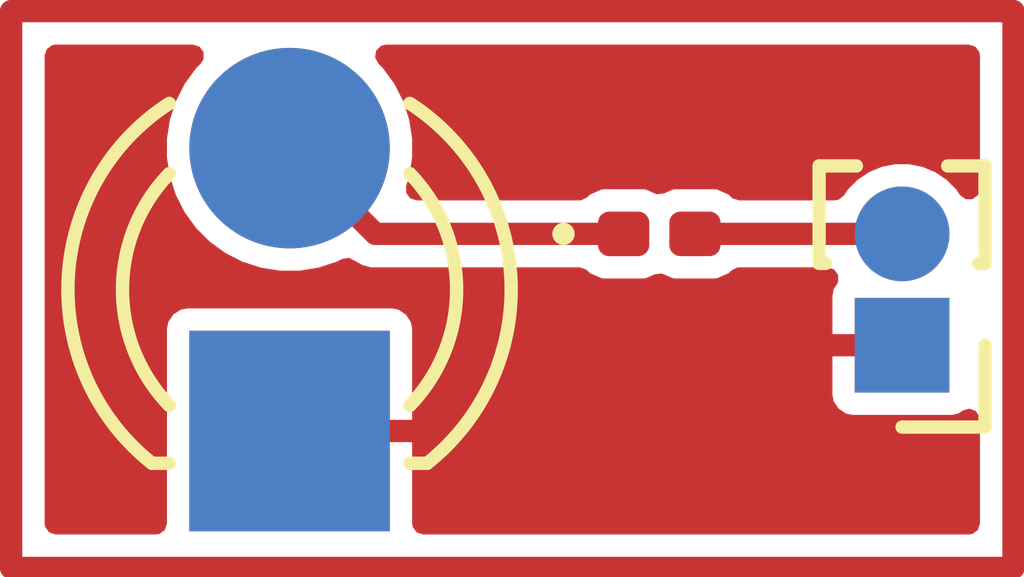
<source format=kicad_pcb>
(kicad_pcb (version 20240928)
	(generator "gerbview")
	(generator_version "9.0")

	(layers 
		(0 F.Cu signal)
		(2 B.Cu signal)
		(1 F.Mask user)
		(3 B.Mask user)
		(5 F.SilkS user)
		(7 B.SilkS user)
		(9 F.Adhes user)
		(11 B.Adhes user)
		(13 F.Paste user)
		(15 B.Paste user)
		(17 Dwgs.User user)
		(19 Cmts.User user)
		(21 Eco1.User user)
		(23 Eco2.User user)
		(25 Edge.Cuts user)
		(27 Margin user)
		(29 B.CrtYd user)
		(31 F.CrtYd user)
		(33 B.Fab user)
		(35 F.Fab user)
	)

	(gr_poly
		(pts
			 (xy 15.4 197.67) (xy 13.6 197.67) (xy 13.6 195.87)
			 (xy 15.4 195.87))
		(stroke (width 0) (type solid))
		(fill yes) (layer B.Mask)
	)
	(gr_circle
		(center 14.5 194.23) (end 15.4 194.23)
		(stroke (width 0) (type solid))
		(fill yes) (layer B.Mask)
	)
	(gr_poly
		(pts
			 (xy 20.425 196.425) (xy 19.575 196.425) (xy 19.575 195.575)
			 (xy 20.425 195.575))
		(stroke (width 0) (type solid))
		(fill yes) (layer B.Mask)
	)
	(gr_circle
		(center 20 195) (end 20.425 195)
		(stroke (width 0) (type solid))
		(fill yes) (layer B.Mask)
	)
	(gr_poly
		(pts
			 (xy 17.6398 195.19952) (xy 17.64951 195.19808) (xy 17.65903 195.19569)
			 (xy 17.66827 195.19239) (xy 17.67714 195.18819) (xy 17.68556 195.18315) (xy 17.69344 195.1773)
			 (xy 17.70071 195.17071) (xy 17.7073 195.16344) (xy 17.71315 195.15556) (xy 17.71819 195.14714)
			 (xy 17.72239 195.13827) (xy 17.72569 195.12903) (xy 17.72808 195.11951) (xy 17.72952 195.1098)
			 (xy 17.73 195.1) (xy 17.73 194.9) (xy 17.72952 194.8902) (xy 17.72808 194.88049)
			 (xy 17.72569 194.87097) (xy 17.72239 194.86173) (xy 17.71819 194.85286) (xy 17.71315 194.84444)
			 (xy 17.7073 194.83656) (xy 17.70071 194.82929) (xy 17.69344 194.8227) (xy 17.68556 194.81685)
			 (xy 17.67714 194.81181) (xy 17.66827 194.80761) (xy 17.65903 194.80431) (xy 17.64951 194.80192)
			 (xy 17.6398 194.80048) (xy 17.63 194.8) (xy 17.37 194.8) (xy 17.3602 194.80048)
			 (xy 17.35049 194.80192) (xy 17.34097 194.80431) (xy 17.33173 194.80761) (xy 17.32286 194.81181)
			 (xy 17.31444 194.81685) (xy 17.30656 194.8227) (xy 17.29929 194.82929) (xy 17.2927 194.83656)
			 (xy 17.28685 194.84444) (xy 17.28181 194.85286) (xy 17.27761 194.86173) (xy 17.27431 194.87097)
			 (xy 17.27192 194.88049) (xy 17.27048 194.8902) (xy 17.27 194.9) (xy 17.27 195.1)
			 (xy 17.27048 195.1098) (xy 17.27192 195.11951) (xy 17.27431 195.12903) (xy 17.27761 195.13827)
			 (xy 17.28181 195.14714) (xy 17.28685 195.15556) (xy 17.2927 195.16344) (xy 17.29929 195.17071)
			 (xy 17.30656 195.1773) (xy 17.31444 195.18315) (xy 17.32286 195.18819) (xy 17.33173 195.19239)
			 (xy 17.34097 195.19569) (xy 17.35049 195.19808) (xy 17.3602 195.19952) (xy 17.37 195.2)
			 (xy 17.63 195.2))
		(stroke (width 0) (type solid))
		(fill yes) (layer F.Mask)
	)
	(gr_poly
		(pts
			 (xy 18.2798 195.19952) (xy 18.28951 195.19808) (xy 18.29903 195.19569)
			 (xy 18.30827 195.19239) (xy 18.31714 195.18819) (xy 18.32556 195.18315) (xy 18.33344 195.1773)
			 (xy 18.34071 195.17071) (xy 18.3473 195.16344) (xy 18.35315 195.15556) (xy 18.35819 195.14714)
			 (xy 18.36239 195.13827) (xy 18.36569 195.12903) (xy 18.36808 195.11951) (xy 18.36952 195.1098)
			 (xy 18.37 195.1) (xy 18.37 194.9) (xy 18.36952 194.8902) (xy 18.36808 194.88049)
			 (xy 18.36569 194.87097) (xy 18.36239 194.86173) (xy 18.35819 194.85286) (xy 18.35315 194.84444)
			 (xy 18.3473 194.83656) (xy 18.34071 194.82929) (xy 18.33344 194.8227) (xy 18.32556 194.81685)
			 (xy 18.31714 194.81181) (xy 18.30827 194.80761) (xy 18.29903 194.80431) (xy 18.28951 194.80192)
			 (xy 18.2798 194.80048) (xy 18.27 194.8) (xy 18.01 194.8) (xy 18.0002 194.80048)
			 (xy 17.99049 194.80192) (xy 17.98097 194.80431) (xy 17.97173 194.80761) (xy 17.96286 194.81181)
			 (xy 17.95444 194.81685) (xy 17.94656 194.8227) (xy 17.93929 194.82929) (xy 17.9327 194.83656)
			 (xy 17.92685 194.84444) (xy 17.92181 194.85286) (xy 17.91761 194.86173) (xy 17.91431 194.87097)
			 (xy 17.91192 194.88049) (xy 17.91048 194.8902) (xy 17.91 194.9) (xy 17.91 195.1)
			 (xy 17.91048 195.1098) (xy 17.91192 195.11951) (xy 17.91431 195.12903) (xy 17.91761 195.13827)
			 (xy 17.92181 195.14714) (xy 17.92685 195.15556) (xy 17.9327 195.16344) (xy 17.93929 195.17071)
			 (xy 17.94656 195.1773) (xy 17.95444 195.18315) (xy 17.96286 195.18819) (xy 17.97173 195.19239)
			 (xy 17.98097 195.19569) (xy 17.99049 195.19808) (xy 18.0002 195.19952) (xy 18.01 195.2)
			 (xy 18.27 195.2))
		(stroke (width 0) (type solid))
		(fill yes) (layer F.Mask)
	)
	(gr_poly
		(pts
			 (xy 15.4 197.67) (xy 13.6 197.67) (xy 13.6 195.87)
			 (xy 15.4 195.87))
		(stroke (width 0) (type solid))
		(fill yes) (layer F.Mask)
	)
	(gr_circle
		(center 14.5 194.23) (end 15.4 194.23)
		(stroke (width 0) (type solid))
		(fill yes) (layer F.Mask)
	)
	(gr_poly
		(pts
			 (xy 20.425 196.425) (xy 19.575 196.425) (xy 19.575 195.575)
			 (xy 20.425 195.575))
		(stroke (width 0) (type solid))
		(fill yes) (layer F.Mask)
	)
	(gr_circle
		(center 20 195) (end 20.425 195)
		(stroke (width 0) (type solid))
		(fill yes) (layer F.Mask)
	)
	(gr_line
		(start 19 196) (end 18.5 196.5) (layer F.Mask)
		(stroke (width 0.2) (type solid))
	)
	(gr_line
		(start 14.5 196.77) (end 16.23 196.77) (layer F.Mask)
		(stroke (width 0.2) (type solid))
	)
	(gr_poly
		(pts
			 (xy 17.56229 195.17962) (xy 17.57001 195.17847) (xy 17.57758 195.17658)
			 (xy 17.58492 195.17395) (xy 17.59198 195.17061) (xy 17.59867 195.1666) (xy 17.60493 195.16195)
			 (xy 17.61071 195.15671) (xy 17.61595 195.15093) (xy 17.6206 195.14467) (xy 17.62461 195.13798)
			 (xy 17.62795 195.13092) (xy 17.63058 195.12358) (xy 17.63247 195.11601) (xy 17.63362 195.10829)
			 (xy 17.634 195.1005) (xy 17.634 194.8995) (xy 17.63362 194.89171) (xy 17.63247 194.88399)
			 (xy 17.63058 194.87642) (xy 17.62795 194.86908) (xy 17.62461 194.86202) (xy 17.6206 194.85533)
			 (xy 17.61595 194.84907) (xy 17.61071 194.84329) (xy 17.60493 194.83805) (xy 17.59867 194.8334)
			 (xy 17.59198 194.82939) (xy 17.58492 194.82605) (xy 17.57758 194.82342) (xy 17.57001 194.82153)
			 (xy 17.56229 194.82038) (xy 17.5545 194.82) (xy 17.3955 194.82) (xy 17.38771 194.82038)
			 (xy 17.37999 194.82153) (xy 17.37242 194.82342) (xy 17.36508 194.82605) (xy 17.35802 194.82939)
			 (xy 17.35133 194.8334) (xy 17.34507 194.83805) (xy 17.33929 194.84329) (xy 17.33405 194.84907)
			 (xy 17.3294 194.85533) (xy 17.32539 194.86202) (xy 17.32205 194.86908) (xy 17.31942 194.87642)
			 (xy 17.31753 194.88399) (xy 17.31638 194.89171) (xy 17.316 194.8995) (xy 17.316 195.1005)
			 (xy 17.31638 195.10829) (xy 17.31753 195.11601) (xy 17.31942 195.12358) (xy 17.32205 195.13092)
			 (xy 17.32539 195.13798) (xy 17.3294 195.14467) (xy 17.33405 195.15093) (xy 17.33929 195.15671)
			 (xy 17.34507 195.16195) (xy 17.35133 195.1666) (xy 17.35802 195.17061) (xy 17.36508 195.17395)
			 (xy 17.37242 195.17658) (xy 17.37999 195.17847) (xy 17.38771 195.17962) (xy 17.3955 195.18)
			 (xy 17.5545 195.18))
		(stroke (width 0) (type solid))
		(fill yes) (layer F.Paste)
	)
	(gr_poly
		(pts
			 (xy 18.25229 195.17962) (xy 18.26001 195.17847) (xy 18.26758 195.17658)
			 (xy 18.27492 195.17395) (xy 18.28198 195.17061) (xy 18.28867 195.1666) (xy 18.29493 195.16195)
			 (xy 18.30071 195.15671) (xy 18.30595 195.15093) (xy 18.3106 195.14467) (xy 18.31461 195.13798)
			 (xy 18.31795 195.13092) (xy 18.32058 195.12358) (xy 18.32247 195.11601) (xy 18.32362 195.10829)
			 (xy 18.324 195.1005) (xy 18.324 194.8995) (xy 18.32362 194.89171) (xy 18.32247 194.88399)
			 (xy 18.32058 194.87642) (xy 18.31795 194.86908) (xy 18.31461 194.86202) (xy 18.3106 194.85533)
			 (xy 18.30595 194.84907) (xy 18.30071 194.84329) (xy 18.29493 194.83805) (xy 18.28867 194.8334)
			 (xy 18.28198 194.82939) (xy 18.27492 194.82605) (xy 18.26758 194.82342) (xy 18.26001 194.82153)
			 (xy 18.25229 194.82038) (xy 18.2445 194.82) (xy 18.0855 194.82) (xy 18.07771 194.82038)
			 (xy 18.06999 194.82153) (xy 18.06242 194.82342) (xy 18.05508 194.82605) (xy 18.04802 194.82939)
			 (xy 18.04133 194.8334) (xy 18.03507 194.83805) (xy 18.02929 194.84329) (xy 18.02405 194.84907)
			 (xy 18.0194 194.85533) (xy 18.01539 194.86202) (xy 18.01205 194.86908) (xy 18.00942 194.87642)
			 (xy 18.00753 194.88399) (xy 18.00638 194.89171) (xy 18.006 194.8995) (xy 18.006 195.1005)
			 (xy 18.00638 195.10829) (xy 18.00753 195.11601) (xy 18.00942 195.12358) (xy 18.01205 195.13092)
			 (xy 18.01539 195.13798) (xy 18.0194 195.14467) (xy 18.02405 195.15093) (xy 18.02929 195.15671)
			 (xy 18.03507 195.16195) (xy 18.04133 195.1666) (xy 18.04802 195.17061) (xy 18.05508 195.17395)
			 (xy 18.06242 195.17658) (xy 18.06999 195.17847) (xy 18.07771 195.17962) (xy 18.0855 195.18)
			 (xy 18.2445 195.18))
		(stroke (width 0) (type solid))
		(fill yes) (layer F.Paste)
	)
	(gr_arc
		(start 16.91 195) (mid 16.96 195.05) (end 17.01 195) (layer F.SilkS)
		(stroke (width 0.1) (type solid))
	)
	(gr_arc
		(start 17.01 195) (mid 16.96 194.95) (end 16.91 195) (layer F.SilkS)
		(stroke (width 0.1) (type solid))
	)
	(gr_line
		(start 13.264 197.06) (end 13.42 197.06) (layer F.SilkS)
		(stroke (width 0.12) (type solid))
	)
	(gr_line
		(start 15.58 197.06) (end 15.736 197.06) (layer F.SilkS)
		(stroke (width 0.12) (type solid))
	)
	(gr_arc
		(start 13.42 193.82856) (mid 12.5123 195.40434) (end 13.26448 197.06) (layer F.SilkS)
		(stroke (width 0.12) (type solid))
	)
	(gr_arc
		(start 13.42 194.45904) (mid 13 195.5) (end 13.42 196.54096) (layer F.SilkS)
		(stroke (width 0.12) (type solid))
	)
	(gr_arc
		(start 15.73552 197.06) (mid 16.4877 195.40434) (end 15.58 193.82856) (layer F.SilkS)
		(stroke (width 0.12) (type solid))
	)
	(gr_arc
		(start 15.58 196.54096) (mid 16 195.5) (end 15.58 194.45904) (layer F.SilkS)
		(stroke (width 0.12) (type solid))
	)
	(gr_line
		(start 19.255 195.265) (end 19.255 194.39) (layer F.SilkS)
		(stroke (width 0.12) (type solid))
	)
	(gr_line
		(start 19.31444 195.265) (end 19.255 195.265) (layer F.SilkS)
		(stroke (width 0.12) (type solid))
	)
	(gr_line
		(start 19.58997 194.39) (end 19.255 194.39) (layer F.SilkS)
		(stroke (width 0.12) (type solid))
	)
	(gr_line
		(start 20.745 194.39) (end 20.41003 194.39) (layer F.SilkS)
		(stroke (width 0.12) (type solid))
	)
	(gr_line
		(start 20.745 195.265) (end 20.68557 195.265) (layer F.SilkS)
		(stroke (width 0.12) (type solid))
	)
	(gr_line
		(start 20.745 195.265) (end 20.745 194.39) (layer F.SilkS)
		(stroke (width 0.12) (type solid))
	)
	(gr_line
		(start 20.745 196) (end 20.745 196.735) (layer F.SilkS)
		(stroke (width 0.12) (type solid))
	)
	(gr_line
		(start 20.745 196.735) (end 20 196.735) (layer F.SilkS)
		(stroke (width 0.12) (type solid))
	)
	(gr_poly
		(pts
			 (xy 15.4 195.87) (xy 13.6 195.87) (xy 13.6 197.67)
			 (xy 15.4 197.67))
		(stroke (width 0) (type solid))
		(fill yes) (layer B.Cu)
	)
	(gr_circle
		(center 14.5 194.23) (end 15.4 194.23)
		(stroke (width 0) (type solid))
		(fill yes) (layer B.Cu)
	)
	(gr_poly
		(pts
			 (xy 20.425 195.575) (xy 19.575 195.575) (xy 19.575 196.425)
			 (xy 20.425 196.425))
		(stroke (width 0) (type solid))
		(fill yes) (layer B.Cu)
	)
	(gr_circle
		(center 20 195) (end 20.425 195)
		(stroke (width 0) (type solid))
		(fill yes) (layer B.Cu)
	)
	(segment (start 12 193) (end 21 193) (width 0.2) (layer F.Cu) (net 0))
	(segment (start 21 198) (end 12 198) (width 0.2) (layer F.Cu) (net 0))
	(segment (start 12 198) (end 12 193) (width 0.2) (layer F.Cu) (net 0))
	(segment (start 21 193) (end 21 198) (width 0.2) (layer F.Cu) (net 0))
	(gr_poly
		(pts
			 (xy 17.6398 195.19952) (xy 17.64951 195.19808) (xy 17.65903 195.19569)
			 (xy 17.66827 195.19239) (xy 17.67714 195.18819) (xy 17.68556 195.18315) (xy 17.69344 195.1773)
			 (xy 17.70071 195.17071) (xy 17.7073 195.16344) (xy 17.71315 195.15556) (xy 17.71819 195.14714)
			 (xy 17.72239 195.13827) (xy 17.72569 195.12903) (xy 17.72808 195.11951) (xy 17.72952 195.1098)
			 (xy 17.73 195.1) (xy 17.73 194.9) (xy 17.72952 194.8902) (xy 17.72808 194.88049)
			 (xy 17.72569 194.87097) (xy 17.72239 194.86173) (xy 17.71819 194.85286) (xy 17.71315 194.84444)
			 (xy 17.7073 194.83656) (xy 17.70071 194.82929) (xy 17.69344 194.8227) (xy 17.68556 194.81685)
			 (xy 17.67714 194.81181) (xy 17.66827 194.80761) (xy 17.65903 194.80431) (xy 17.64951 194.80192)
			 (xy 17.6398 194.80048) (xy 17.63 194.8) (xy 17.37 194.8) (xy 17.3602 194.80048)
			 (xy 17.35049 194.80192) (xy 17.34097 194.80431) (xy 17.33173 194.80761) (xy 17.32286 194.81181)
			 (xy 17.31444 194.81685) (xy 17.30656 194.8227) (xy 17.29929 194.82929) (xy 17.2927 194.83656)
			 (xy 17.28685 194.84444) (xy 17.28181 194.85286) (xy 17.27761 194.86173) (xy 17.27431 194.87097)
			 (xy 17.27192 194.88049) (xy 17.27048 194.8902) (xy 17.27 194.9) (xy 17.27 195.1)
			 (xy 17.27048 195.1098) (xy 17.27192 195.11951) (xy 17.27431 195.12903) (xy 17.27761 195.13827)
			 (xy 17.28181 195.14714) (xy 17.28685 195.15556) (xy 17.2927 195.16344) (xy 17.29929 195.17071)
			 (xy 17.30656 195.1773) (xy 17.31444 195.18315) (xy 17.32286 195.18819) (xy 17.33173 195.19239)
			 (xy 17.34097 195.19569) (xy 17.35049 195.19808) (xy 17.3602 195.19952) (xy 17.37 195.2)
			 (xy 17.63 195.2))
		(stroke (width 0) (type solid))
		(fill yes) (layer F.Cu)
	)
	(gr_poly
		(pts
			 (xy 18.2798 195.19952) (xy 18.28951 195.19808) (xy 18.29903 195.19569)
			 (xy 18.30827 195.19239) (xy 18.31714 195.18819) (xy 18.32556 195.18315) (xy 18.33344 195.1773)
			 (xy 18.34071 195.17071) (xy 18.3473 195.16344) (xy 18.35315 195.15556) (xy 18.35819 195.14714)
			 (xy 18.36239 195.13827) (xy 18.36569 195.12903) (xy 18.36808 195.11951) (xy 18.36952 195.1098)
			 (xy 18.37 195.1) (xy 18.37 194.9) (xy 18.36952 194.8902) (xy 18.36808 194.88049)
			 (xy 18.36569 194.87097) (xy 18.36239 194.86173) (xy 18.35819 194.85286) (xy 18.35315 194.84444)
			 (xy 18.3473 194.83656) (xy 18.34071 194.82929) (xy 18.33344 194.8227) (xy 18.32556 194.81685)
			 (xy 18.31714 194.81181) (xy 18.30827 194.80761) (xy 18.29903 194.80431) (xy 18.28951 194.80192)
			 (xy 18.2798 194.80048) (xy 18.27 194.8) (xy 18.01 194.8) (xy 18.0002 194.80048)
			 (xy 17.99049 194.80192) (xy 17.98097 194.80431) (xy 17.97173 194.80761) (xy 17.96286 194.81181)
			 (xy 17.95444 194.81685) (xy 17.94656 194.8227) (xy 17.93929 194.82929) (xy 17.9327 194.83656)
			 (xy 17.92685 194.84444) (xy 17.92181 194.85286) (xy 17.91761 194.86173) (xy 17.91431 194.87097)
			 (xy 17.91192 194.88049) (xy 17.91048 194.8902) (xy 17.91 194.9) (xy 17.91 195.1)
			 (xy 17.91048 195.1098) (xy 17.91192 195.11951) (xy 17.91431 195.12903) (xy 17.91761 195.13827)
			 (xy 17.92181 195.14714) (xy 17.92685 195.15556) (xy 17.9327 195.16344) (xy 17.93929 195.17071)
			 (xy 17.94656 195.1773) (xy 17.95444 195.18315) (xy 17.96286 195.18819) (xy 17.97173 195.19239)
			 (xy 17.98097 195.19569) (xy 17.99049 195.19808) (xy 18.0002 195.19952) (xy 18.01 195.2)
			 (xy 18.27 195.2))
		(stroke (width 0) (type solid))
		(fill yes) (layer F.Cu)
	)
	(gr_poly
		(pts
			 (xy 15.4 195.87) (xy 13.6 195.87) (xy 13.6 197.67)
			 (xy 15.4 197.67))
		(stroke (width 0) (type solid))
		(fill yes) (layer F.Cu)
	)
	(gr_circle
		(center 14.5 194.23) (end 15.4 194.23)
		(stroke (width 0) (type solid))
		(fill yes) (layer F.Cu)
	)
	(gr_poly
		(pts
			 (xy 20.425 195.575) (xy 19.575 195.575) (xy 19.575 196.425)
			 (xy 20.425 196.425))
		(stroke (width 0) (type solid))
		(fill yes) (layer F.Cu)
	)
	(gr_circle
		(center 20 195) (end 20.425 195)
		(stroke (width 0) (type solid))
		(fill yes) (layer F.Cu)
	)
	(segment (start 19 196) (end 18.5 196.5) (width 0.2) (layer F.Cu) (net 0))
	(segment (start 20 196) (end 19 196) (width 0.2) (layer F.Cu) (net 0))
	(segment (start 16.23 196.77) (end 16.5 196.5) (width 0.2) (layer F.Cu) (net 0))
	(segment (start 14.5 196.77) (end 16.23 196.77) (width 0.2) (layer F.Cu) (net 0))
	(segment (start 17.5 195) (end 15.27 195) (width 0.2) (layer F.Cu) (net 0))
	(segment (start 20 195) (end 18.14 195) (width 0.2) (layer F.Cu) (net 0))
	(segment (start 15.27 195) (end 14.5 194.23) (width 0.2) (layer F.Cu) (net 0))
	(gr_poly
		(pts
			 (xy 20.65869 193.31941) (xy 20.69466 193.36891) (xy 20.6995 193.3995)
			 (xy 20.6995 194.59465) (xy 20.68059 194.65284) (xy 20.63109 194.6888) (xy 20.56991 194.6888)
			 (xy 20.52041 194.65284) (xy 20.51819 194.64965) (xy 20.51438 194.64396) (xy 20.48586 194.60127)
			 (xy 20.39873 194.51414) (xy 20.29629 194.44569) (xy 20.18245 194.39854) (xy 20.06161 194.3745)
			 (xy 19.93839 194.3745) (xy 19.81755 194.39854) (xy 19.70371 194.44569) (xy 19.60127 194.51414)
			 (xy 19.60126 194.51415) (xy 19.51414 194.60127) (xy 19.4779 194.6555) (xy 19.42985 194.69338)
			 (xy 19.39559 194.6995) (xy 18.53548 194.6995) (xy 18.47729 194.68059) (xy 18.46548 194.67051)
			 (xy 18.44277 194.6478) (xy 18.44277 194.64779) (xy 18.33999 194.60242) (xy 18.33999 194.60241)
			 (xy 18.31487 194.5995) (xy 17.96514 194.5995) (xy 17.94001 194.60241) (xy 17.85999 194.63775)
			 (xy 17.79912 194.64396) (xy 17.78002 194.63775) (xy 17.69999 194.60242) (xy 17.69999 194.60241)
			 (xy 17.67487 194.5995) (xy 17.32514 194.5995) (xy 17.30001 194.60241) (xy 17.19723 194.6478)
			 (xy 17.17452 194.67051) (xy 17.12001 194.69828) (xy 17.10452 194.6995) (xy 15.64085 194.6995)
			 (xy 15.58266 194.68059) (xy 15.54669 194.63109) (xy 15.54669 194.56991) (xy 15.5734 194.48771)
			 (xy 15.5734 194.4877) (xy 15.6005 194.31661) (xy 15.6005 194.14339) (xy 15.5734 193.9723)
			 (xy 15.5734 193.97229) (xy 15.51988 193.80756) (xy 15.51987 193.80756) (xy 15.44123 193.65321)
			 (xy 15.33941 193.51307) (xy 15.29584 193.4695) (xy 15.26807 193.41499) (xy 15.27764 193.35456)
			 (xy 15.3209 193.31129) (xy 15.36585 193.3005) (xy 20.6005 193.3005))
		(stroke (width 0) (type solid))
		(fill yes) (layer F.Cu)
	)
	(gr_poly
		(pts
			 (xy 13.69234 193.31941) (xy 13.72831 193.36891) (xy 13.72831 193.43009)
			 (xy 13.70416 193.4695) (xy 13.66059 193.51307) (xy 13.55877 193.65321) (xy 13.48013 193.80756)
			 (xy 13.48012 193.80756) (xy 13.4266 193.97229) (xy 13.4266 193.9723) (xy 13.3995 194.14339)
			 (xy 13.3995 194.31661) (xy 13.4266 194.4877) (xy 13.4266 194.48771) (xy 13.48012 194.65244)
			 (xy 13.48013 194.65244) (xy 13.5041 194.6995) (xy 13.55877 194.80679) (xy 13.66059 194.94693)
			 (xy 13.78307 195.06941) (xy 13.92321 195.17123) (xy 14.07756 195.24987) (xy 14.07756 195.24988)
			 (xy 14.24229 195.3034) (xy 14.2423 195.3034) (xy 14.41339 195.3305) (xy 14.58661 195.3305)
			 (xy 14.7577 195.3034) (xy 14.75771 195.3034) (xy 14.92244 195.24988) (xy 14.92244 195.24987)
			 (xy 14.92245 195.24987) (xy 14.9726 195.22432) (xy 15.03304 195.21475) (xy 15.07905 195.23819)
			 (xy 15.08034 195.23651) (xy 15.08549 195.24046) (xy 15.15401 195.28002) (xy 15.23044 195.3005)
			 (xy 15.30956 195.3005) (xy 17.10452 195.3005) (xy 17.16271 195.31941) (xy 17.17452 195.3295)
			 (xy 17.19723 195.3522) (xy 17.19724 195.35221) (xy 17.30001 195.39759) (xy 17.32514 195.4005)
			 (xy 17.67486 195.4005) (xy 17.69999 195.39759) (xy 17.78001 195.36225) (xy 17.84088 195.35604)
			 (xy 17.85998 195.36225) (xy 17.94001 195.39759) (xy 17.96514 195.4005) (xy 18.31486 195.4005)
			 (xy 18.33999 195.39759) (xy 18.44277 195.35221) (xy 18.45412 195.34085) (xy 18.46548 195.3295)
			 (xy 18.51999 195.30172) (xy 18.53548 195.3005) (xy 19.33206 195.3005) (xy 19.39025 195.31941)
			 (xy 19.42622 195.36891) (xy 19.42622 195.43009) (xy 19.41438 195.4545) (xy 19.38613 195.49677)
			 (xy 19.3745 195.55524) (xy 19.3745 195.55525) (xy 19.3745 196.44475) (xy 19.3745 196.44476)
			 (xy 19.38613 196.50323) (xy 19.43045 196.56955) (xy 19.49677 196.61387) (xy 19.54123 196.62271)
			 (xy 19.55524 196.6255) (xy 19.55525 196.6255) (xy 20.44475 196.6255) (xy 20.50323 196.61387)
			 (xy 20.5455 196.58562) (xy 20.60439 196.56902) (xy 20.66179 196.59019) (xy 20.69578 196.64107)
			 (xy 20.6995 196.66794) (xy 20.6995 197.6005) (xy 20.68059 197.65869) (xy 20.63109 197.69466)
			 (xy 20.6005 197.6995) (xy 15.6995 197.6995) (xy 15.64131 197.68059) (xy 15.60535 197.63109)
			 (xy 15.6005 197.6005) (xy 15.6005 195.85025) (xy 15.6005 195.85024) (xy 15.59771 195.83623)
			 (xy 15.58887 195.79177) (xy 15.54455 195.72545) (xy 15.47823 195.68113) (xy 15.41976 195.6695)
			 (xy 15.41975 195.6695) (xy 13.58025 195.6695) (xy 13.58024 195.6695) (xy 13.52177 195.68113)
			 (xy 13.45545 195.72545) (xy 13.41113 195.79177) (xy 13.3995 195.85024) (xy 13.3995 195.85025)
			 (xy 13.3995 197.6005) (xy 13.38059 197.65869) (xy 13.33109 197.69466) (xy 13.3005 197.6995)
			 (xy 12.3995 197.6995) (xy 12.34131 197.68059) (xy 12.30535 197.63109) (xy 12.3005 197.6005)
			 (xy 12.3005 193.3995) (xy 12.31941 193.34131) (xy 12.36891 193.30535) (xy 12.3995 193.3005)
			 (xy 13.63415 193.3005))
		(stroke (width 0) (type solid))
		(fill yes) (layer F.Cu)
	)
)

</source>
